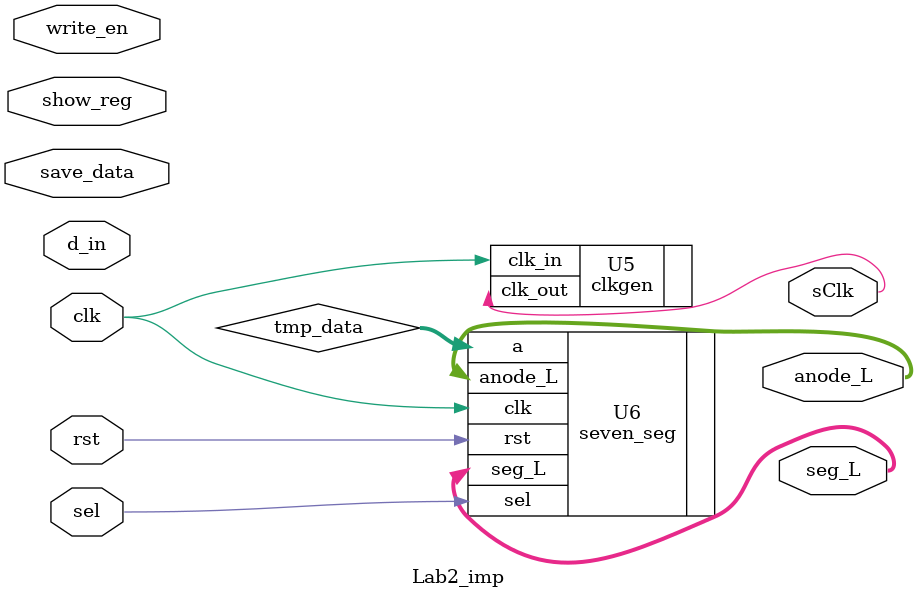
<source format=v>
`timescale 1ns / 1ps


module Lab2_imp(input clk, rst, write_en, save_data, show_reg, sel,
                input [7:0] d_in, 
                output sClk,
				output [3:0] anode_L,
				output [6:0] seg_L);
	 
	 wire [7:0] tmp_data;
	 
	 // Instantiate your Lab2_top module here. Connect d_out to tmp_data.
            
	 clkgen   U5 (.clk_in(clk), .clk_out(sClk));
	 seven_seg U6 (.a(tmp_data), .clk(clk), .rst(rst), .sel(sel), .anode_L(anode_L), .seg_L(seg_L));

endmodule


</source>
